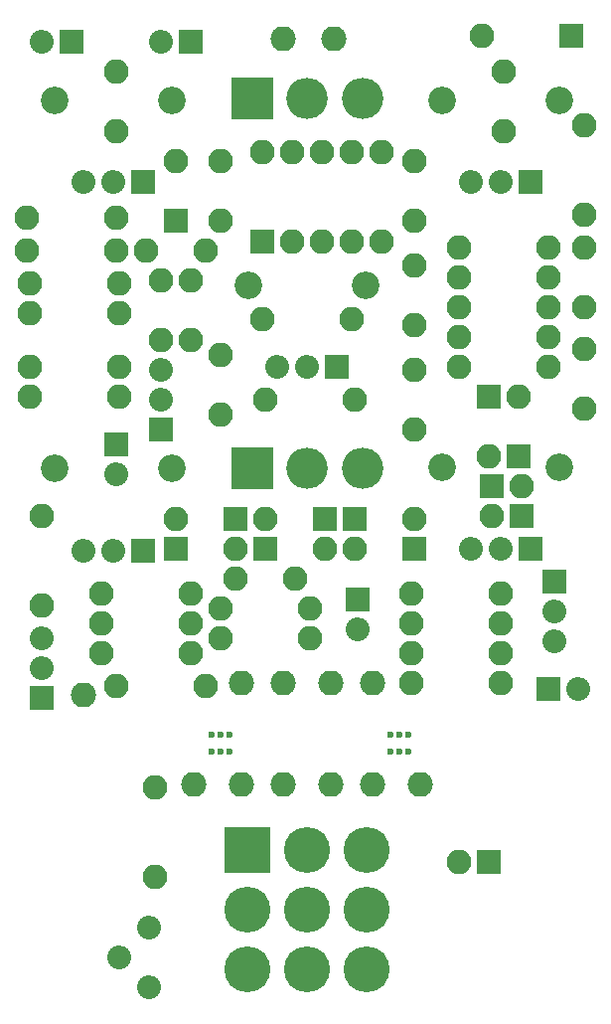
<source format=gbr>
G04 #@! TF.GenerationSoftware,KiCad,Pcbnew,(5.1.6-0-10_14)*
G04 #@! TF.CreationDate,2020-10-04T21:53:57+02:00*
G04 #@! TF.ProjectId,ds,64732e6b-6963-4616-945f-706362585858,rev?*
G04 #@! TF.SameCoordinates,Original*
G04 #@! TF.FileFunction,Soldermask,Bot*
G04 #@! TF.FilePolarity,Negative*
%FSLAX46Y46*%
G04 Gerber Fmt 4.6, Leading zero omitted, Abs format (unit mm)*
G04 Created by KiCad (PCBNEW (5.1.6-0-10_14)) date 2020-10-04 21:53:57*
%MOMM*%
%LPD*%
G01*
G04 APERTURE LIST*
%ADD10R,2.100000X2.100000*%
%ADD11O,2.100000X2.100000*%
%ADD12C,0.600000*%
%ADD13O,2.350000X2.350000*%
%ADD14O,2.030400X2.030400*%
%ADD15R,2.030400X2.030400*%
%ADD16O,3.516000X3.516000*%
%ADD17R,3.516000X3.516000*%
%ADD18R,3.916000X3.916000*%
%ADD19O,3.916000X3.916000*%
%ADD20O,2.132000X2.132000*%
G04 APERTURE END LIST*
D10*
X103568500Y-64262000D03*
D11*
X95948500Y-64262000D03*
D12*
X74410000Y-125210000D03*
X72910000Y-125210000D03*
X72910000Y-123710000D03*
X74410000Y-123710000D03*
X73660000Y-125210000D03*
X73660000Y-123710000D03*
X89650000Y-125210000D03*
X88150000Y-125210000D03*
X88150000Y-123710000D03*
X89650000Y-123710000D03*
X88900000Y-125210000D03*
X88900000Y-123710000D03*
D11*
X93980000Y-134620000D03*
D10*
X96520000Y-134620000D03*
D13*
X69516000Y-101092000D03*
X59516000Y-101092000D03*
D14*
X61976000Y-108092000D03*
X64516000Y-108092000D03*
D15*
X67056000Y-108092000D03*
D13*
X102536000Y-100950000D03*
X92536000Y-100950000D03*
D14*
X94996000Y-107950000D03*
X97536000Y-107950000D03*
D15*
X100076000Y-107950000D03*
D11*
X77216000Y-74168000D03*
X79756000Y-74168000D03*
X82296000Y-74168000D03*
X84836000Y-74168000D03*
X84836000Y-81788000D03*
X82296000Y-81788000D03*
X79756000Y-81788000D03*
D10*
X77216000Y-81788000D03*
D16*
X85725000Y-101092000D03*
X81026000Y-101092000D03*
D17*
X76327000Y-101092000D03*
D16*
X85725000Y-69596000D03*
X81026000Y-69596000D03*
D17*
X76327000Y-69596000D03*
D18*
X75946000Y-133604000D03*
D19*
X75946000Y-138684000D03*
X75946000Y-143764000D03*
X81026000Y-133604000D03*
X81026000Y-138684000D03*
X81026000Y-143764000D03*
X86106000Y-133604000D03*
X86106000Y-138684000D03*
X86106000Y-143764000D03*
D13*
X69516000Y-69708000D03*
X59516000Y-69708000D03*
D14*
X61976000Y-76708000D03*
X64516000Y-76708000D03*
D15*
X67056000Y-76708000D03*
D13*
X102536000Y-69708000D03*
X92536000Y-69708000D03*
D14*
X94996000Y-76708000D03*
X97536000Y-76708000D03*
D15*
X100076000Y-76708000D03*
D13*
X86026000Y-85456000D03*
X76026000Y-85456000D03*
D14*
X78486000Y-92456000D03*
X81026000Y-92456000D03*
D15*
X83566000Y-92456000D03*
D11*
X97536000Y-119380000D03*
X89916000Y-119380000D03*
X97536000Y-116840000D03*
X89916000Y-116840000D03*
X97536000Y-114300000D03*
X89916000Y-114300000D03*
X97536000Y-111760000D03*
X89916000Y-111760000D03*
X93980000Y-87376000D03*
X101600000Y-87376000D03*
X104648000Y-71882000D03*
X104648000Y-79502000D03*
X93980000Y-82296000D03*
X101600000Y-82296000D03*
X101600000Y-92456000D03*
X93980000Y-92456000D03*
X93980000Y-84836000D03*
X101600000Y-84836000D03*
X101600000Y-89916000D03*
X93980000Y-89916000D03*
X87376000Y-81788000D03*
X87376000Y-74168000D03*
X77470000Y-95250000D03*
X85090000Y-95250000D03*
X68072000Y-135890000D03*
X68072000Y-128270000D03*
D14*
X67564000Y-140208000D03*
X65024000Y-142748000D03*
X67564000Y-145288000D03*
D11*
X77216000Y-88392000D03*
X84836000Y-88392000D03*
X64770000Y-82550000D03*
X57150000Y-82550000D03*
X65024000Y-85344000D03*
X57404000Y-85344000D03*
X58420000Y-105156000D03*
X58420000Y-112776000D03*
X64770000Y-79756000D03*
X57150000Y-79756000D03*
X65024000Y-92456000D03*
X57404000Y-92456000D03*
X65024000Y-94996000D03*
X57404000Y-94996000D03*
X65024000Y-87884000D03*
X57404000Y-87884000D03*
X71120000Y-111760000D03*
X63500000Y-111760000D03*
X63500000Y-114300000D03*
X71120000Y-114300000D03*
X63500000Y-116840000D03*
X71120000Y-116840000D03*
X64770000Y-119634000D03*
X72390000Y-119634000D03*
X73660000Y-113030000D03*
X81280000Y-113030000D03*
X81280000Y-115570000D03*
X73660000Y-115570000D03*
D15*
X102108000Y-110744000D03*
D14*
X102108000Y-113284000D03*
X102108000Y-115824000D03*
X68580000Y-92710000D03*
X68580000Y-95250000D03*
D15*
X68580000Y-97790000D03*
D14*
X58420000Y-115570000D03*
X58420000Y-118110000D03*
D15*
X58420000Y-120650000D03*
D20*
X83058000Y-119380000D03*
X86614000Y-119380000D03*
X78994000Y-128016000D03*
X86614000Y-128016000D03*
X71374000Y-128016000D03*
X90678000Y-128016000D03*
X83058000Y-128016000D03*
X75438000Y-128016000D03*
X78994000Y-119380000D03*
X61976000Y-120396000D03*
X78994000Y-64516000D03*
X83312000Y-64516000D03*
X75438000Y-119380000D03*
D11*
X96774000Y-105156000D03*
D10*
X99314000Y-105156000D03*
X90170000Y-107950000D03*
D11*
X85090000Y-107950000D03*
D10*
X99060000Y-100076000D03*
D11*
X99060000Y-94996000D03*
X99314000Y-102616000D03*
D10*
X96774000Y-102616000D03*
X85090000Y-105410000D03*
D11*
X90170000Y-105410000D03*
D10*
X96520000Y-94996000D03*
D11*
X96520000Y-100076000D03*
D10*
X77470000Y-107950000D03*
D11*
X82550000Y-107950000D03*
D10*
X82550000Y-105410000D03*
D11*
X77470000Y-105410000D03*
D10*
X69850000Y-107950000D03*
D11*
X74930000Y-107950000D03*
D10*
X74930000Y-105410000D03*
D11*
X69850000Y-105410000D03*
D10*
X69850000Y-80010000D03*
D11*
X69850000Y-74930000D03*
D14*
X104140000Y-119888000D03*
D15*
X101600000Y-119888000D03*
D14*
X85344000Y-114808000D03*
D15*
X85344000Y-112268000D03*
D11*
X104648000Y-82296000D03*
X104648000Y-87376000D03*
X104648000Y-90932000D03*
X104648000Y-96012000D03*
X90170000Y-92710000D03*
X90170000Y-97790000D03*
X90170000Y-88900000D03*
X90170000Y-83820000D03*
X90170000Y-74930000D03*
X90170000Y-80010000D03*
D14*
X64770000Y-101600000D03*
D15*
X64770000Y-99060000D03*
D11*
X64770000Y-67310000D03*
X64770000Y-72390000D03*
X97790000Y-67310000D03*
X97790000Y-72390000D03*
X73660000Y-74930000D03*
X73660000Y-80010000D03*
X72390000Y-82550000D03*
X67310000Y-82550000D03*
X73660000Y-96520000D03*
X73660000Y-91440000D03*
X71120000Y-85090000D03*
X71120000Y-90170000D03*
X68580000Y-90170000D03*
X68580000Y-85090000D03*
D14*
X58420000Y-64770000D03*
D15*
X60960000Y-64770000D03*
D11*
X80010000Y-110490000D03*
X74930000Y-110490000D03*
D14*
X68580000Y-64770000D03*
D15*
X71120000Y-64770000D03*
M02*

</source>
